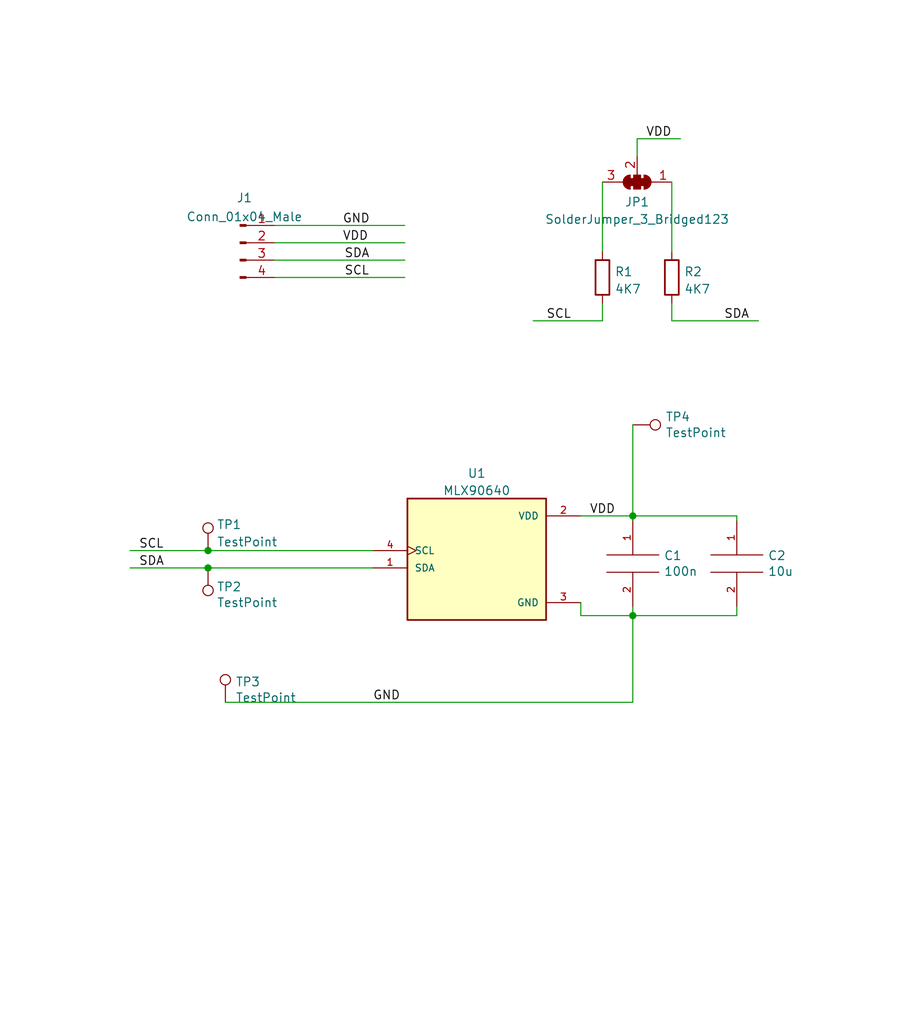
<source format=kicad_sch>
(kicad_sch (version 20211123) (generator eeschema)

  (uuid f144a97d-c3f0-423f-b0a9-3f7dbc42478b)

  (paper "User" 132.004 150.012)

  (title_block
    (title "mlx90640-breakout")
    (date "2023-01-16")
    (rev "1.2")
    (company "Melexis Inc")
  )

  (lib_symbols
    (symbol "Connector:Conn_01x04_Male" (pin_names (offset 1.016) hide) (in_bom yes) (on_board yes)
      (property "Reference" "J" (id 0) (at 0 5.08 0)
        (effects (font (size 1.27 1.27)))
      )
      (property "Value" "Conn_01x04_Male" (id 1) (at 0 -7.62 0)
        (effects (font (size 1.27 1.27)))
      )
      (property "Footprint" "" (id 2) (at 0 0 0)
        (effects (font (size 1.27 1.27)) hide)
      )
      (property "Datasheet" "~" (id 3) (at 0 0 0)
        (effects (font (size 1.27 1.27)) hide)
      )
      (property "ki_keywords" "connector" (id 4) (at 0 0 0)
        (effects (font (size 1.27 1.27)) hide)
      )
      (property "ki_description" "Generic connector, single row, 01x04, script generated (kicad-library-utils/schlib/autogen/connector/)" (id 5) (at 0 0 0)
        (effects (font (size 1.27 1.27)) hide)
      )
      (property "ki_fp_filters" "Connector*:*_1x??_*" (id 6) (at 0 0 0)
        (effects (font (size 1.27 1.27)) hide)
      )
      (symbol "Conn_01x04_Male_1_1"
        (polyline
          (pts
            (xy 1.27 -5.08)
            (xy 0.8636 -5.08)
          )
          (stroke (width 0.1524) (type default) (color 0 0 0 0))
          (fill (type none))
        )
        (polyline
          (pts
            (xy 1.27 -2.54)
            (xy 0.8636 -2.54)
          )
          (stroke (width 0.1524) (type default) (color 0 0 0 0))
          (fill (type none))
        )
        (polyline
          (pts
            (xy 1.27 0)
            (xy 0.8636 0)
          )
          (stroke (width 0.1524) (type default) (color 0 0 0 0))
          (fill (type none))
        )
        (polyline
          (pts
            (xy 1.27 2.54)
            (xy 0.8636 2.54)
          )
          (stroke (width 0.1524) (type default) (color 0 0 0 0))
          (fill (type none))
        )
        (rectangle (start 0.8636 -4.953) (end 0 -5.207)
          (stroke (width 0.1524) (type default) (color 0 0 0 0))
          (fill (type outline))
        )
        (rectangle (start 0.8636 -2.413) (end 0 -2.667)
          (stroke (width 0.1524) (type default) (color 0 0 0 0))
          (fill (type outline))
        )
        (rectangle (start 0.8636 0.127) (end 0 -0.127)
          (stroke (width 0.1524) (type default) (color 0 0 0 0))
          (fill (type outline))
        )
        (rectangle (start 0.8636 2.667) (end 0 2.413)
          (stroke (width 0.1524) (type default) (color 0 0 0 0))
          (fill (type outline))
        )
        (pin passive line (at 5.08 2.54 180) (length 3.81)
          (name "Pin_1" (effects (font (size 1.27 1.27))))
          (number "1" (effects (font (size 1.27 1.27))))
        )
        (pin passive line (at 5.08 0 180) (length 3.81)
          (name "Pin_2" (effects (font (size 1.27 1.27))))
          (number "2" (effects (font (size 1.27 1.27))))
        )
        (pin passive line (at 5.08 -2.54 180) (length 3.81)
          (name "Pin_3" (effects (font (size 1.27 1.27))))
          (number "3" (effects (font (size 1.27 1.27))))
        )
        (pin passive line (at 5.08 -5.08 180) (length 3.81)
          (name "Pin_4" (effects (font (size 1.27 1.27))))
          (number "4" (effects (font (size 1.27 1.27))))
        )
      )
    )
    (symbol "Connector:TestPoint" (pin_numbers hide) (pin_names (offset 0.762) hide) (in_bom yes) (on_board yes)
      (property "Reference" "TP" (id 0) (at 0 6.858 0)
        (effects (font (size 1.27 1.27)))
      )
      (property "Value" "TestPoint" (id 1) (at 0 5.08 0)
        (effects (font (size 1.27 1.27)))
      )
      (property "Footprint" "" (id 2) (at 5.08 0 0)
        (effects (font (size 1.27 1.27)) hide)
      )
      (property "Datasheet" "~" (id 3) (at 5.08 0 0)
        (effects (font (size 1.27 1.27)) hide)
      )
      (property "ki_keywords" "test point tp" (id 4) (at 0 0 0)
        (effects (font (size 1.27 1.27)) hide)
      )
      (property "ki_description" "test point" (id 5) (at 0 0 0)
        (effects (font (size 1.27 1.27)) hide)
      )
      (property "ki_fp_filters" "Pin* Test*" (id 6) (at 0 0 0)
        (effects (font (size 1.27 1.27)) hide)
      )
      (symbol "TestPoint_0_1"
        (circle (center 0 3.302) (radius 0.762)
          (stroke (width 0) (type default) (color 0 0 0 0))
          (fill (type none))
        )
      )
      (symbol "TestPoint_1_1"
        (pin passive line (at 0 0 90) (length 2.54)
          (name "1" (effects (font (size 1.27 1.27))))
          (number "1" (effects (font (size 1.27 1.27))))
        )
      )
    )
    (symbol "Device:R" (pin_numbers hide) (pin_names (offset 0)) (in_bom yes) (on_board yes)
      (property "Reference" "R" (id 0) (at 2.032 0 90)
        (effects (font (size 1.27 1.27)))
      )
      (property "Value" "R" (id 1) (at 0 0 90)
        (effects (font (size 1.27 1.27)))
      )
      (property "Footprint" "" (id 2) (at -1.778 0 90)
        (effects (font (size 1.27 1.27)) hide)
      )
      (property "Datasheet" "~" (id 3) (at 0 0 0)
        (effects (font (size 1.27 1.27)) hide)
      )
      (property "ki_keywords" "R res resistor" (id 4) (at 0 0 0)
        (effects (font (size 1.27 1.27)) hide)
      )
      (property "ki_description" "Resistor" (id 5) (at 0 0 0)
        (effects (font (size 1.27 1.27)) hide)
      )
      (property "ki_fp_filters" "R_*" (id 6) (at 0 0 0)
        (effects (font (size 1.27 1.27)) hide)
      )
      (symbol "R_0_1"
        (rectangle (start -1.016 -2.54) (end 1.016 2.54)
          (stroke (width 0.254) (type default) (color 0 0 0 0))
          (fill (type none))
        )
      )
      (symbol "R_1_1"
        (pin passive line (at 0 3.81 270) (length 1.27)
          (name "~" (effects (font (size 1.27 1.27))))
          (number "1" (effects (font (size 1.27 1.27))))
        )
        (pin passive line (at 0 -3.81 90) (length 1.27)
          (name "~" (effects (font (size 1.27 1.27))))
          (number "2" (effects (font (size 1.27 1.27))))
        )
      )
    )
    (symbol "Jumper:SolderJumper_3_Bridged123" (pin_names (offset 0) hide) (in_bom yes) (on_board yes)
      (property "Reference" "JP" (id 0) (at -2.54 -2.54 0)
        (effects (font (size 1.27 1.27)))
      )
      (property "Value" "SolderJumper_3_Bridged123" (id 1) (at 0 2.794 0)
        (effects (font (size 1.27 1.27)))
      )
      (property "Footprint" "" (id 2) (at 0 0 0)
        (effects (font (size 1.27 1.27)) hide)
      )
      (property "Datasheet" "~" (id 3) (at 0 0 0)
        (effects (font (size 1.27 1.27)) hide)
      )
      (property "ki_keywords" "Solder Jumper SPDT" (id 4) (at 0 0 0)
        (effects (font (size 1.27 1.27)) hide)
      )
      (property "ki_description" "Solder Jumper, 3-pole, pins 1+2+3 closed/bridged" (id 5) (at 0 0 0)
        (effects (font (size 1.27 1.27)) hide)
      )
      (property "ki_fp_filters" "SolderJumper*Bridged123*" (id 6) (at 0 0 0)
        (effects (font (size 1.27 1.27)) hide)
      )
      (symbol "SolderJumper_3_Bridged123_0_1"
        (rectangle (start -1.016 0.508) (end -0.508 -0.508)
          (stroke (width 0) (type default) (color 0 0 0 0))
          (fill (type outline))
        )
        (arc (start -1.016 1.016) (mid -2.032 0) (end -1.016 -1.016)
          (stroke (width 0) (type default) (color 0 0 0 0))
          (fill (type none))
        )
        (arc (start -1.016 1.016) (mid -2.032 0) (end -1.016 -1.016)
          (stroke (width 0) (type default) (color 0 0 0 0))
          (fill (type outline))
        )
        (rectangle (start -0.508 1.016) (end 0.508 -1.016)
          (stroke (width 0) (type default) (color 0 0 0 0))
          (fill (type outline))
        )
        (polyline
          (pts
            (xy -2.54 0)
            (xy -2.032 0)
          )
          (stroke (width 0) (type default) (color 0 0 0 0))
          (fill (type none))
        )
        (polyline
          (pts
            (xy -1.016 1.016)
            (xy -1.016 -1.016)
          )
          (stroke (width 0) (type default) (color 0 0 0 0))
          (fill (type none))
        )
        (polyline
          (pts
            (xy 0 -1.27)
            (xy 0 -1.016)
          )
          (stroke (width 0) (type default) (color 0 0 0 0))
          (fill (type none))
        )
        (polyline
          (pts
            (xy 1.016 1.016)
            (xy 1.016 -1.016)
          )
          (stroke (width 0) (type default) (color 0 0 0 0))
          (fill (type none))
        )
        (polyline
          (pts
            (xy 2.54 0)
            (xy 2.032 0)
          )
          (stroke (width 0) (type default) (color 0 0 0 0))
          (fill (type none))
        )
        (rectangle (start 0.508 0.508) (end 1.016 -0.508)
          (stroke (width 0) (type default) (color 0 0 0 0))
          (fill (type outline))
        )
        (arc (start 1.016 -1.016) (mid 2.032 0) (end 1.016 1.016)
          (stroke (width 0) (type default) (color 0 0 0 0))
          (fill (type none))
        )
        (arc (start 1.016 -1.016) (mid 2.032 0) (end 1.016 1.016)
          (stroke (width 0) (type default) (color 0 0 0 0))
          (fill (type outline))
        )
      )
      (symbol "SolderJumper_3_Bridged123_1_1"
        (pin passive line (at -5.08 0 0) (length 2.54)
          (name "A" (effects (font (size 1.27 1.27))))
          (number "1" (effects (font (size 1.27 1.27))))
        )
        (pin passive line (at 0 -3.81 90) (length 2.54)
          (name "C" (effects (font (size 1.27 1.27))))
          (number "2" (effects (font (size 1.27 1.27))))
        )
        (pin passive line (at 5.08 0 180) (length 2.54)
          (name "B" (effects (font (size 1.27 1.27))))
          (number "3" (effects (font (size 1.27 1.27))))
        )
      )
    )
    (symbol "melexis-temperature:MLX90640" (pin_names (offset 1.016)) (in_bom yes) (on_board yes)
      (property "Reference" "U?" (id 0) (at -10.16 8.89 0)
        (effects (font (size 1.27 1.27)) (justify left bottom))
      )
      (property "Value" "MLX90640" (id 1) (at -10.16 -11.43 0)
        (effects (font (size 1.27 1.27)) (justify left bottom))
      )
      (property "Footprint" "melexis-temperature:mlx90640_41" (id 2) (at -10.16 -16.51 0)
        (effects (font (size 1.27 1.27)) (justify left bottom) hide)
      )
      (property "Datasheet" "https://melexis.com/mlx90640" (id 3) (at -10.16 -13.97 0)
        (effects (font (size 1.27 1.27)) (justify left bottom) hide)
      )
      (symbol "MLX90640_0_0"
        (rectangle (start -10.16 -10.16) (end 10.16 7.62)
          (stroke (width 0.254) (type default) (color 0 0 0 0))
          (fill (type background))
        )
        (pin bidirectional line (at -15.24 -2.54 0) (length 5.08)
          (name "SDA" (effects (font (size 1.016 1.016))))
          (number "1" (effects (font (size 1.016 1.016))))
        )
        (pin power_in line (at 15.24 5.08 180) (length 5.08)
          (name "VDD" (effects (font (size 1.016 1.016))))
          (number "2" (effects (font (size 1.016 1.016))))
        )
        (pin power_in line (at 15.24 -7.62 180) (length 5.08)
          (name "GND" (effects (font (size 1.016 1.016))))
          (number "3" (effects (font (size 1.016 1.016))))
        )
        (pin input clock (at -15.24 0 0) (length 5.08)
          (name "SCL" (effects (font (size 1.016 1.016))))
          (number "4" (effects (font (size 1.016 1.016))))
        )
      )
    )
    (symbol "pspice:C" (pin_names (offset 0.254)) (in_bom yes) (on_board yes)
      (property "Reference" "C" (id 0) (at 2.54 3.81 90)
        (effects (font (size 1.27 1.27)))
      )
      (property "Value" "C" (id 1) (at 2.54 -3.81 90)
        (effects (font (size 1.27 1.27)))
      )
      (property "Footprint" "" (id 2) (at 0 0 0)
        (effects (font (size 1.27 1.27)) hide)
      )
      (property "Datasheet" "~" (id 3) (at 0 0 0)
        (effects (font (size 1.27 1.27)) hide)
      )
      (property "ki_keywords" "simulation" (id 4) (at 0 0 0)
        (effects (font (size 1.27 1.27)) hide)
      )
      (property "ki_description" "Capacitor symbol for simulation only" (id 5) (at 0 0 0)
        (effects (font (size 1.27 1.27)) hide)
      )
      (symbol "C_0_1"
        (polyline
          (pts
            (xy -3.81 -1.27)
            (xy 3.81 -1.27)
          )
          (stroke (width 0) (type default) (color 0 0 0 0))
          (fill (type none))
        )
        (polyline
          (pts
            (xy -3.81 1.27)
            (xy 3.81 1.27)
          )
          (stroke (width 0) (type default) (color 0 0 0 0))
          (fill (type none))
        )
      )
      (symbol "C_1_1"
        (pin passive line (at 0 6.35 270) (length 5.08)
          (name "~" (effects (font (size 1.016 1.016))))
          (number "1" (effects (font (size 1.016 1.016))))
        )
        (pin passive line (at 0 -6.35 90) (length 5.08)
          (name "~" (effects (font (size 1.016 1.016))))
          (number "2" (effects (font (size 1.016 1.016))))
        )
      )
    )
  )

  (junction (at 30.48 80.645) (diameter 0) (color 0 0 0 0)
    (uuid 0f41a909-27c4-4be2-9d5e-9ae2108c8ff5)
  )
  (junction (at 30.48 83.185) (diameter 0) (color 0 0 0 0)
    (uuid 29d472a1-c0d6-42c9-b2e5-a264b93a7ff1)
  )
  (junction (at 92.71 90.17) (diameter 0) (color 0 0 0 0)
    (uuid 9702d639-3b1f-4825-8985-b32b9008503d)
  )
  (junction (at 92.71 75.565) (diameter 0) (color 0 0 0 0)
    (uuid c61fd9d4-5f38-4cd2-8ccc-af4e69777961)
  )

  (wire (pts (xy 88.265 44.45) (xy 88.265 46.99))
    (stroke (width 0) (type default) (color 0 0 0 0))
    (uuid 0088a0f7-fb1b-419e-8132-180f4593c443)
  )
  (wire (pts (xy 98.425 44.45) (xy 98.425 46.99))
    (stroke (width 0) (type default) (color 0 0 0 0))
    (uuid 08998629-7750-4253-9c1a-fb905504a627)
  )
  (wire (pts (xy 40.259 38.1) (xy 59.309 38.1))
    (stroke (width 0) (type default) (color 0 0 0 0))
    (uuid 10c05ac4-7806-406a-b56c-a9cd10cdf5a0)
  )
  (wire (pts (xy 85.09 75.565) (xy 92.71 75.565))
    (stroke (width 0) (type default) (color 0 0 0 0))
    (uuid 128e34ce-eee7-477d-b905-a493e98db783)
  )
  (wire (pts (xy 30.48 80.645) (xy 19.05 80.645))
    (stroke (width 0) (type default) (color 0 0 0 0))
    (uuid 1b54105e-6590-4d26-a763-ecfcf81eedc4)
  )
  (wire (pts (xy 40.259 40.64) (xy 59.309 40.64))
    (stroke (width 0) (type default) (color 0 0 0 0))
    (uuid 1c286467-bb2c-4ce3-8bc2-ed6165c8edb6)
  )
  (wire (pts (xy 30.48 83.185) (xy 54.61 83.185))
    (stroke (width 0) (type default) (color 0 0 0 0))
    (uuid 2f3deced-880d-4075-a81b-95c62da5b94d)
  )
  (wire (pts (xy 93.345 20.32) (xy 99.695 20.32))
    (stroke (width 0) (type default) (color 0 0 0 0))
    (uuid 38e7c978-3c6e-4279-be5e-28f9e68ba861)
  )
  (wire (pts (xy 92.71 75.565) (xy 92.71 76.2))
    (stroke (width 0) (type default) (color 0 0 0 0))
    (uuid 45388dd0-f808-4e8f-a83e-1eb26af992bf)
  )
  (wire (pts (xy 92.71 90.17) (xy 92.71 102.87))
    (stroke (width 0) (type default) (color 0 0 0 0))
    (uuid 4d609e7c-74c9-4ae9-a26d-946ff00c167d)
  )
  (wire (pts (xy 85.09 90.17) (xy 92.71 90.17))
    (stroke (width 0) (type default) (color 0 0 0 0))
    (uuid 507c44af-5dba-468c-900a-0fefe6e3a2a5)
  )
  (wire (pts (xy 30.48 83.185) (xy 19.05 83.185))
    (stroke (width 0) (type default) (color 0 0 0 0))
    (uuid 632acde9-b7fd-4f04-8cb4-d2cbb06b3595)
  )
  (wire (pts (xy 98.425 26.67) (xy 98.425 36.83))
    (stroke (width 0) (type default) (color 0 0 0 0))
    (uuid 673a317e-b909-4cb7-a28c-f21ee8c5f309)
  )
  (wire (pts (xy 85.09 88.265) (xy 85.09 90.17))
    (stroke (width 0) (type default) (color 0 0 0 0))
    (uuid 6aad1812-20bb-4bff-a45d-88754e3ecda5)
  )
  (wire (pts (xy 40.259 33.02) (xy 59.309 33.02))
    (stroke (width 0) (type default) (color 0 0 0 0))
    (uuid 754ad783-2c9b-41e4-a253-2053dbb561e3)
  )
  (wire (pts (xy 78.105 46.99) (xy 88.265 46.99))
    (stroke (width 0) (type default) (color 0 0 0 0))
    (uuid 9b6ac6df-2af4-4935-aafa-3512b22eeee2)
  )
  (wire (pts (xy 92.71 88.9) (xy 92.71 90.17))
    (stroke (width 0) (type default) (color 0 0 0 0))
    (uuid 9bdb223e-5875-423d-8b36-f110bd8a539b)
  )
  (wire (pts (xy 88.265 26.67) (xy 88.265 36.83))
    (stroke (width 0) (type default) (color 0 0 0 0))
    (uuid a04308de-cf0e-48bf-8a09-e69af3f8d0c2)
  )
  (wire (pts (xy 92.71 62.23) (xy 92.71 75.565))
    (stroke (width 0) (type default) (color 0 0 0 0))
    (uuid a06e8e78-f567-42e6-b645-013b1073ca31)
  )
  (wire (pts (xy 30.48 80.645) (xy 54.61 80.645))
    (stroke (width 0) (type default) (color 0 0 0 0))
    (uuid a501555e-bbc7-4b58-ad89-28a0cd3dd6d0)
  )
  (wire (pts (xy 107.95 75.565) (xy 107.95 76.2))
    (stroke (width 0) (type default) (color 0 0 0 0))
    (uuid ad757bda-7edb-48d5-a06d-d6ddeee9d053)
  )
  (wire (pts (xy 98.425 46.99) (xy 111.125 46.99))
    (stroke (width 0) (type default) (color 0 0 0 0))
    (uuid c328bf76-1f48-4ab5-9c4e-155eb6803105)
  )
  (wire (pts (xy 93.345 22.86) (xy 93.345 20.32))
    (stroke (width 0) (type default) (color 0 0 0 0))
    (uuid c3c15a1d-d6aa-4cf6-9ea2-6dbda4892f94)
  )
  (wire (pts (xy 92.71 90.17) (xy 107.95 90.17))
    (stroke (width 0) (type default) (color 0 0 0 0))
    (uuid d7c70414-8f40-4b69-8098-b817382bd61a)
  )
  (wire (pts (xy 33.02 102.87) (xy 92.71 102.87))
    (stroke (width 0) (type default) (color 0 0 0 0))
    (uuid dabe541b-b164-4180-97a4-5ca761b86800)
  )
  (wire (pts (xy 92.71 75.565) (xy 107.95 75.565))
    (stroke (width 0) (type default) (color 0 0 0 0))
    (uuid e5457ea7-b2b0-4575-b998-f1151f23e472)
  )
  (wire (pts (xy 40.259 35.56) (xy 59.309 35.56))
    (stroke (width 0) (type default) (color 0 0 0 0))
    (uuid f4e914be-c810-41d7-a94e-a4db1db21bb0)
  )
  (wire (pts (xy 107.95 90.17) (xy 107.95 88.9))
    (stroke (width 0) (type default) (color 0 0 0 0))
    (uuid f8775a1b-c8ec-424d-906a-5dd6dff6d94c)
  )

  (label "GND" (at 50.165 33.02 0)
    (effects (font (size 1.27 1.27)) (justify left bottom))
    (uuid 0ebee32d-3662-4f4d-a704-8bbfb1bcc675)
  )
  (label "VDD" (at 94.615 20.32 0)
    (effects (font (size 1.27 1.27)) (justify left bottom))
    (uuid 1202c54b-092c-4ba9-883f-408fdaa5b3ca)
  )
  (label "SDA" (at 50.419 38.1 0)
    (effects (font (size 1.27 1.27)) (justify left bottom))
    (uuid 18f35ab7-05b1-4916-bca1-7e693b111a06)
  )
  (label "SDA" (at 106.045 46.99 0)
    (effects (font (size 1.27 1.27)) (justify left bottom))
    (uuid 2ba60b9f-b48c-4ba9-8e7b-d6a38873377e)
  )
  (label "SDA" (at 20.32 83.185 0)
    (effects (font (size 1.27 1.27)) (justify left bottom))
    (uuid 4412226e-d975-40a2-921f-502ff4129a95)
  )
  (label "SCL" (at 20.32 80.645 0)
    (effects (font (size 1.27 1.27)) (justify left bottom))
    (uuid 4e66a44f-7fa6-4e16-bf9b-62ec864301a5)
  )
  (label "SCL" (at 50.419 40.64 0)
    (effects (font (size 1.27 1.27)) (justify left bottom))
    (uuid 4fd1e628-09a1-4bc9-9f6a-e70c0e86b0dc)
  )
  (label "VDD" (at 86.36 75.565 0)
    (effects (font (size 1.27 1.27)) (justify left bottom))
    (uuid 68e09be7-3bbc-4443-a838-209ce20b2bef)
  )
  (label "GND" (at 54.61 102.87 0)
    (effects (font (size 1.27 1.27)) (justify left bottom))
    (uuid 6b25f522-8e2d-4cd8-9d5d-a2b80f60133b)
  )
  (label "SCL" (at 80.01 46.99 0)
    (effects (font (size 1.27 1.27)) (justify left bottom))
    (uuid 8bb53ff8-1fe2-4f7f-ba84-f5fcf4e82674)
  )
  (label "VDD" (at 50.165 35.56 0)
    (effects (font (size 1.27 1.27)) (justify left bottom))
    (uuid a02eb634-3dd2-4ba0-92b2-fced6e18deee)
  )

  (symbol (lib_id "pspice:C") (at 92.71 82.55 0) (unit 1)
    (in_bom yes) (on_board yes)
    (uuid 00000000-0000-0000-0000-00005ee38154)
    (property "Reference" "C1" (id 0) (at 97.2312 81.3816 0)
      (effects (font (size 1.27 1.27)) (justify left))
    )
    (property "Value" "100n" (id 1) (at 97.2312 83.693 0)
      (effects (font (size 1.27 1.27)) (justify left))
    )
    (property "Footprint" "Capacitor_SMD:C_0805_2012Metric" (id 2) (at 92.71 82.55 0)
      (effects (font (size 1.27 1.27)) hide)
    )
    (property "Datasheet" "~" (id 3) (at 92.71 82.55 0)
      (effects (font (size 1.27 1.27)) hide)
    )
    (pin "1" (uuid ef8fe2ac-6a7f-4682-9418-b801a1b10a3b))
    (pin "2" (uuid 44d8279a-9cd1-4db6-856f-0363131605fc))
  )

  (symbol (lib_id "Connector:TestPoint") (at 30.48 83.185 180) (unit 1)
    (in_bom yes) (on_board yes)
    (uuid 00000000-0000-0000-0000-00005ee38160)
    (property "Reference" "TP2" (id 0) (at 31.75 85.9536 0)
      (effects (font (size 1.27 1.27)) (justify right))
    )
    (property "Value" "TestPoint" (id 1) (at 31.75 88.265 0)
      (effects (font (size 1.27 1.27)) (justify right))
    )
    (property "Footprint" "TestPoint:TestPoint_Pad_1.0x1.0mm" (id 2) (at 25.4 83.185 0)
      (effects (font (size 1.27 1.27)) hide)
    )
    (property "Datasheet" "~" (id 3) (at 25.4 83.185 0)
      (effects (font (size 1.27 1.27)) hide)
    )
    (pin "1" (uuid 87371631-aa02-498a-998a-09bdb74784c1))
  )

  (symbol (lib_id "Connector:TestPoint") (at 30.48 80.645 0) (unit 1)
    (in_bom yes) (on_board yes)
    (uuid 00000000-0000-0000-0000-00005ee38167)
    (property "Reference" "TP1" (id 0) (at 31.75 76.835 0)
      (effects (font (size 1.27 1.27)) (justify left))
    )
    (property "Value" "TestPoint" (id 1) (at 31.75 79.375 0)
      (effects (font (size 1.27 1.27)) (justify left))
    )
    (property "Footprint" "TestPoint:TestPoint_Pad_1.0x1.0mm" (id 2) (at 35.56 80.645 0)
      (effects (font (size 1.27 1.27)) hide)
    )
    (property "Datasheet" "~" (id 3) (at 35.56 80.645 0)
      (effects (font (size 1.27 1.27)) hide)
    )
    (pin "1" (uuid a3e4f0ae-9f86-49e9-b386-ed8b42e012fb))
  )

  (symbol (lib_id "Connector:TestPoint") (at 33.02 102.87 0) (unit 1)
    (in_bom yes) (on_board yes)
    (uuid 00000000-0000-0000-0000-00005ee3816e)
    (property "Reference" "TP3" (id 0) (at 34.4932 99.8728 0)
      (effects (font (size 1.27 1.27)) (justify left))
    )
    (property "Value" "TestPoint" (id 1) (at 34.4932 102.1842 0)
      (effects (font (size 1.27 1.27)) (justify left))
    )
    (property "Footprint" "TestPoint:TestPoint_Pad_1.0x1.0mm" (id 2) (at 38.1 102.87 0)
      (effects (font (size 1.27 1.27)) hide)
    )
    (property "Datasheet" "~" (id 3) (at 38.1 102.87 0)
      (effects (font (size 1.27 1.27)) hide)
    )
    (pin "1" (uuid 6c9b793c-e74d-4754-a2c0-901e73b26f1c))
  )

  (symbol (lib_id "Connector:TestPoint") (at 92.71 62.23 270) (unit 1)
    (in_bom yes) (on_board yes)
    (uuid 00000000-0000-0000-0000-00005ee381bd)
    (property "Reference" "TP4" (id 0) (at 97.4852 61.0616 90)
      (effects (font (size 1.27 1.27)) (justify left))
    )
    (property "Value" "TestPoint" (id 1) (at 97.4852 63.373 90)
      (effects (font (size 1.27 1.27)) (justify left))
    )
    (property "Footprint" "TestPoint:TestPoint_Pad_1.0x1.0mm" (id 2) (at 92.71 67.31 0)
      (effects (font (size 1.27 1.27)) hide)
    )
    (property "Datasheet" "~" (id 3) (at 92.71 67.31 0)
      (effects (font (size 1.27 1.27)) hide)
    )
    (pin "1" (uuid 48ab88d7-7084-4d02-b109-3ad55a30bb11))
  )

  (symbol (lib_id "Connector:Conn_01x04_Male") (at 35.179 35.56 0) (unit 1)
    (in_bom yes) (on_board yes) (fields_autoplaced)
    (uuid 020fb5f8-7154-449f-9427-c21c224740aa)
    (property "Reference" "J1" (id 0) (at 35.814 28.9773 0))
    (property "Value" "Conn_01x04_Male" (id 1) (at 35.814 31.7524 0))
    (property "Footprint" "melexis-temperature:QWIIC_STEMMA_QT" (id 2) (at 35.179 35.56 0)
      (effects (font (size 1.27 1.27)) hide)
    )
    (property "Datasheet" "~" (id 3) (at 35.179 35.56 0)
      (effects (font (size 1.27 1.27)) hide)
    )
    (pin "1" (uuid dfba55d2-f8dc-436a-b94f-b36d464fd23a))
    (pin "2" (uuid c631e5fc-7d8b-4e95-a9d7-2a35f6494f59))
    (pin "3" (uuid 0fab4f44-50b7-47e8-8e41-d5c3aef59701))
    (pin "4" (uuid 996f47d1-fc15-47e8-9c90-0ae6699ccbc6))
  )

  (symbol (lib_id "pspice:C") (at 107.95 82.55 0) (unit 1)
    (in_bom yes) (on_board yes)
    (uuid 1c6e256b-f61e-475c-a12c-4870d3ea2776)
    (property "Reference" "C2" (id 0) (at 112.4712 81.3816 0)
      (effects (font (size 1.27 1.27)) (justify left))
    )
    (property "Value" "10u" (id 1) (at 112.4712 83.693 0)
      (effects (font (size 1.27 1.27)) (justify left))
    )
    (property "Footprint" "Capacitor_SMD:C_0805_2012Metric" (id 2) (at 107.95 82.55 0)
      (effects (font (size 1.27 1.27)) hide)
    )
    (property "Datasheet" "~" (id 3) (at 107.95 82.55 0)
      (effects (font (size 1.27 1.27)) hide)
    )
    (pin "1" (uuid b01ae9a3-94e1-4897-9f28-a21c7c095d54))
    (pin "2" (uuid fd868cc6-b045-471f-b9d2-f8871723d1d4))
  )

  (symbol (lib_id "Device:R") (at 88.265 40.64 0) (unit 1)
    (in_bom yes) (on_board yes) (fields_autoplaced)
    (uuid 1c829ae2-45d1-4390-9bce-f71475205db3)
    (property "Reference" "R1" (id 0) (at 90.043 39.8053 0)
      (effects (font (size 1.27 1.27)) (justify left))
    )
    (property "Value" "4K7" (id 1) (at 90.043 42.3422 0)
      (effects (font (size 1.27 1.27)) (justify left))
    )
    (property "Footprint" "Resistor_SMD:R_0805_2012Metric" (id 2) (at 86.487 40.64 90)
      (effects (font (size 1.27 1.27)) hide)
    )
    (property "Datasheet" "~" (id 3) (at 88.265 40.64 0)
      (effects (font (size 1.27 1.27)) hide)
    )
    (pin "1" (uuid 74d9828c-c3e5-4bab-9daa-efef6da7ac20))
    (pin "2" (uuid f55a37ad-a16b-4e64-8787-f7f1f01132ba))
  )

  (symbol (lib_id "melexis-temperature:MLX90640") (at 69.85 80.645 0) (unit 1)
    (in_bom yes) (on_board yes) (fields_autoplaced)
    (uuid 3a339421-9842-4d4f-9af2-5146f7a3297a)
    (property "Reference" "U1" (id 0) (at 69.85 69.3252 0))
    (property "Value" "MLX90640" (id 1) (at 69.85 71.8621 0))
    (property "Footprint" "melexis-temperature:mlx90640_41" (id 2) (at 59.69 97.155 0)
      (effects (font (size 1.27 1.27)) (justify left bottom) hide)
    )
    (property "Datasheet" "https://melexis.com/mlx90640" (id 3) (at 59.69 94.615 0)
      (effects (font (size 1.27 1.27)) (justify left bottom) hide)
    )
    (pin "1" (uuid 100471bc-dcca-496f-8804-1496725c0fb3))
    (pin "2" (uuid d6a04c88-7f1d-47fa-91d4-5df6fb977eb0))
    (pin "3" (uuid aac83970-4c7c-4a1e-ba94-9b9809bcff2e))
    (pin "4" (uuid 20c980ec-21a2-4614-9057-29c2179e577d))
  )

  (symbol (lib_id "Device:R") (at 98.425 40.64 0) (unit 1)
    (in_bom yes) (on_board yes) (fields_autoplaced)
    (uuid ae260951-20eb-44a4-800f-b87239bab319)
    (property "Reference" "R2" (id 0) (at 100.203 39.8053 0)
      (effects (font (size 1.27 1.27)) (justify left))
    )
    (property "Value" "4K7" (id 1) (at 100.203 42.3422 0)
      (effects (font (size 1.27 1.27)) (justify left))
    )
    (property "Footprint" "Resistor_SMD:R_0805_2012Metric" (id 2) (at 96.647 40.64 90)
      (effects (font (size 1.27 1.27)) hide)
    )
    (property "Datasheet" "~" (id 3) (at 98.425 40.64 0)
      (effects (font (size 1.27 1.27)) hide)
    )
    (pin "1" (uuid 306571e8-89b4-453c-9591-5944ea325f46))
    (pin "2" (uuid 9c350f26-2afb-4d87-adf1-9c0a71944cc0))
  )

  (symbol (lib_id "Jumper:SolderJumper_3_Bridged123") (at 93.345 26.67 180) (unit 1)
    (in_bom yes) (on_board yes) (fields_autoplaced)
    (uuid b85521dc-caa2-4fad-9328-3136e5e98371)
    (property "Reference" "JP1" (id 0) (at 93.345 29.5894 0))
    (property "Value" "SolderJumper_3_Bridged123" (id 1) (at 93.345 32.1263 0))
    (property "Footprint" "Jumper:SolderJumper-3_P1.3mm_Bridged12_RoundedPad1.0x1.5mm_NumberLabels" (id 2) (at 93.345 26.67 0)
      (effects (font (size 1.27 1.27)) hide)
    )
    (property "Datasheet" "~" (id 3) (at 93.345 26.67 0)
      (effects (font (size 1.27 1.27)) hide)
    )
    (pin "1" (uuid f99dfdcc-611a-4189-82a5-2f32e77af6d3))
    (pin "2" (uuid 5fe5754c-5c8b-4970-a098-08d08cf2d75a))
    (pin "3" (uuid 9e94c675-3d63-4f1b-8360-cab3176a01e2))
  )

  (sheet_instances
    (path "/" (page "1"))
  )

  (symbol_instances
    (path "/00000000-0000-0000-0000-00005ee38154"
      (reference "C1") (unit 1) (value "100n") (footprint "Capacitor_SMD:C_0805_2012Metric")
    )
    (path "/1c6e256b-f61e-475c-a12c-4870d3ea2776"
      (reference "C2") (unit 1) (value "10u") (footprint "Capacitor_SMD:C_0805_2012Metric")
    )
    (path "/020fb5f8-7154-449f-9427-c21c224740aa"
      (reference "J1") (unit 1) (value "Conn_01x04_Male") (footprint "melexis-temperature:QWIIC_STEMMA_QT")
    )
    (path "/b85521dc-caa2-4fad-9328-3136e5e98371"
      (reference "JP1") (unit 1) (value "SolderJumper_3_Bridged123") (footprint "Jumper:SolderJumper-3_P1.3mm_Bridged12_RoundedPad1.0x1.5mm_NumberLabels")
    )
    (path "/1c829ae2-45d1-4390-9bce-f71475205db3"
      (reference "R1") (unit 1) (value "4K7") (footprint "Resistor_SMD:R_0805_2012Metric")
    )
    (path "/ae260951-20eb-44a4-800f-b87239bab319"
      (reference "R2") (unit 1) (value "4K7") (footprint "Resistor_SMD:R_0805_2012Metric")
    )
    (path "/00000000-0000-0000-0000-00005ee38167"
      (reference "TP1") (unit 1) (value "TestPoint") (footprint "TestPoint:TestPoint_Pad_1.0x1.0mm")
    )
    (path "/00000000-0000-0000-0000-00005ee38160"
      (reference "TP2") (unit 1) (value "TestPoint") (footprint "TestPoint:TestPoint_Pad_1.0x1.0mm")
    )
    (path "/00000000-0000-0000-0000-00005ee3816e"
      (reference "TP3") (unit 1) (value "TestPoint") (footprint "TestPoint:TestPoint_Pad_1.0x1.0mm")
    )
    (path "/00000000-0000-0000-0000-00005ee381bd"
      (reference "TP4") (unit 1) (value "TestPoint") (footprint "TestPoint:TestPoint_Pad_1.0x1.0mm")
    )
    (path "/3a339421-9842-4d4f-9af2-5146f7a3297a"
      (reference "U1") (unit 1) (value "MLX90640") (footprint "melexis-temperature:mlx90640_41")
    )
  )
)

</source>
